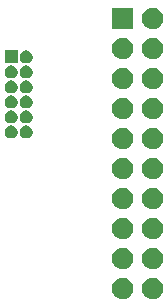
<source format=gbs>
G04 #@! TF.GenerationSoftware,KiCad,Pcbnew,5.1.5+dfsg1-2build2*
G04 #@! TF.CreationDate,2020-08-31T21:39:47-07:00*
G04 #@! TF.ProjectId,adapter,61646170-7465-4722-9e6b-696361645f70,v01*
G04 #@! TF.SameCoordinates,Original*
G04 #@! TF.FileFunction,Soldermask,Bot*
G04 #@! TF.FilePolarity,Negative*
%FSLAX46Y46*%
G04 Gerber Fmt 4.6, Leading zero omitted, Abs format (unit mm)*
G04 Created by KiCad (PCBNEW 5.1.5+dfsg1-2build2) date 2020-08-31 21:39:47*
%MOMM*%
%LPD*%
G04 APERTURE LIST*
%ADD10C,0.100000*%
G04 APERTURE END LIST*
D10*
G36*
X145597755Y-110178818D02*
G01*
X145761690Y-110246722D01*
X145909228Y-110345304D01*
X146034698Y-110470774D01*
X146133280Y-110618312D01*
X146201184Y-110782247D01*
X146235801Y-110956280D01*
X146235801Y-111133722D01*
X146201184Y-111307755D01*
X146133280Y-111471690D01*
X146034698Y-111619228D01*
X145909228Y-111744698D01*
X145761690Y-111843280D01*
X145597755Y-111911184D01*
X145423722Y-111945801D01*
X145246280Y-111945801D01*
X145072247Y-111911184D01*
X144908312Y-111843280D01*
X144760774Y-111744698D01*
X144635304Y-111619228D01*
X144536722Y-111471690D01*
X144468818Y-111307755D01*
X144434201Y-111133722D01*
X144434201Y-110956280D01*
X144468818Y-110782247D01*
X144536722Y-110618312D01*
X144635304Y-110470774D01*
X144760774Y-110345304D01*
X144908312Y-110246722D01*
X145072247Y-110178818D01*
X145246280Y-110144201D01*
X145423722Y-110144201D01*
X145597755Y-110178818D01*
G37*
G36*
X143057755Y-110178818D02*
G01*
X143221690Y-110246722D01*
X143369228Y-110345304D01*
X143494698Y-110470774D01*
X143593280Y-110618312D01*
X143661184Y-110782247D01*
X143695801Y-110956280D01*
X143695801Y-111133722D01*
X143661184Y-111307755D01*
X143593280Y-111471690D01*
X143494698Y-111619228D01*
X143369228Y-111744698D01*
X143221690Y-111843280D01*
X143057755Y-111911184D01*
X142883722Y-111945801D01*
X142706280Y-111945801D01*
X142532247Y-111911184D01*
X142368312Y-111843280D01*
X142220774Y-111744698D01*
X142095304Y-111619228D01*
X141996722Y-111471690D01*
X141928818Y-111307755D01*
X141894201Y-111133722D01*
X141894201Y-110956280D01*
X141928818Y-110782247D01*
X141996722Y-110618312D01*
X142095304Y-110470774D01*
X142220774Y-110345304D01*
X142368312Y-110246722D01*
X142532247Y-110178818D01*
X142706280Y-110144201D01*
X142883722Y-110144201D01*
X143057755Y-110178818D01*
G37*
G36*
X145597755Y-107638818D02*
G01*
X145761690Y-107706722D01*
X145909228Y-107805304D01*
X146034698Y-107930774D01*
X146133280Y-108078312D01*
X146201184Y-108242247D01*
X146235801Y-108416280D01*
X146235801Y-108593722D01*
X146201184Y-108767755D01*
X146133280Y-108931690D01*
X146034698Y-109079228D01*
X145909228Y-109204698D01*
X145761690Y-109303280D01*
X145597755Y-109371184D01*
X145423722Y-109405801D01*
X145246280Y-109405801D01*
X145072247Y-109371184D01*
X144908312Y-109303280D01*
X144760774Y-109204698D01*
X144635304Y-109079228D01*
X144536722Y-108931690D01*
X144468818Y-108767755D01*
X144434201Y-108593722D01*
X144434201Y-108416280D01*
X144468818Y-108242247D01*
X144536722Y-108078312D01*
X144635304Y-107930774D01*
X144760774Y-107805304D01*
X144908312Y-107706722D01*
X145072247Y-107638818D01*
X145246280Y-107604201D01*
X145423722Y-107604201D01*
X145597755Y-107638818D01*
G37*
G36*
X143057755Y-107638818D02*
G01*
X143221690Y-107706722D01*
X143369228Y-107805304D01*
X143494698Y-107930774D01*
X143593280Y-108078312D01*
X143661184Y-108242247D01*
X143695801Y-108416280D01*
X143695801Y-108593722D01*
X143661184Y-108767755D01*
X143593280Y-108931690D01*
X143494698Y-109079228D01*
X143369228Y-109204698D01*
X143221690Y-109303280D01*
X143057755Y-109371184D01*
X142883722Y-109405801D01*
X142706280Y-109405801D01*
X142532247Y-109371184D01*
X142368312Y-109303280D01*
X142220774Y-109204698D01*
X142095304Y-109079228D01*
X141996722Y-108931690D01*
X141928818Y-108767755D01*
X141894201Y-108593722D01*
X141894201Y-108416280D01*
X141928818Y-108242247D01*
X141996722Y-108078312D01*
X142095304Y-107930774D01*
X142220774Y-107805304D01*
X142368312Y-107706722D01*
X142532247Y-107638818D01*
X142706280Y-107604201D01*
X142883722Y-107604201D01*
X143057755Y-107638818D01*
G37*
G36*
X145597755Y-105098818D02*
G01*
X145761690Y-105166722D01*
X145909228Y-105265304D01*
X146034698Y-105390774D01*
X146133280Y-105538312D01*
X146201184Y-105702247D01*
X146235801Y-105876280D01*
X146235801Y-106053722D01*
X146201184Y-106227755D01*
X146133280Y-106391690D01*
X146034698Y-106539228D01*
X145909228Y-106664698D01*
X145761690Y-106763280D01*
X145597755Y-106831184D01*
X145423722Y-106865801D01*
X145246280Y-106865801D01*
X145072247Y-106831184D01*
X144908312Y-106763280D01*
X144760774Y-106664698D01*
X144635304Y-106539228D01*
X144536722Y-106391690D01*
X144468818Y-106227755D01*
X144434201Y-106053722D01*
X144434201Y-105876280D01*
X144468818Y-105702247D01*
X144536722Y-105538312D01*
X144635304Y-105390774D01*
X144760774Y-105265304D01*
X144908312Y-105166722D01*
X145072247Y-105098818D01*
X145246280Y-105064201D01*
X145423722Y-105064201D01*
X145597755Y-105098818D01*
G37*
G36*
X143057755Y-105098818D02*
G01*
X143221690Y-105166722D01*
X143369228Y-105265304D01*
X143494698Y-105390774D01*
X143593280Y-105538312D01*
X143661184Y-105702247D01*
X143695801Y-105876280D01*
X143695801Y-106053722D01*
X143661184Y-106227755D01*
X143593280Y-106391690D01*
X143494698Y-106539228D01*
X143369228Y-106664698D01*
X143221690Y-106763280D01*
X143057755Y-106831184D01*
X142883722Y-106865801D01*
X142706280Y-106865801D01*
X142532247Y-106831184D01*
X142368312Y-106763280D01*
X142220774Y-106664698D01*
X142095304Y-106539228D01*
X141996722Y-106391690D01*
X141928818Y-106227755D01*
X141894201Y-106053722D01*
X141894201Y-105876280D01*
X141928818Y-105702247D01*
X141996722Y-105538312D01*
X142095304Y-105390774D01*
X142220774Y-105265304D01*
X142368312Y-105166722D01*
X142532247Y-105098818D01*
X142706280Y-105064201D01*
X142883722Y-105064201D01*
X143057755Y-105098818D01*
G37*
G36*
X143057755Y-102558818D02*
G01*
X143221690Y-102626722D01*
X143369228Y-102725304D01*
X143494698Y-102850774D01*
X143593280Y-102998312D01*
X143661184Y-103162247D01*
X143695801Y-103336280D01*
X143695801Y-103513722D01*
X143661184Y-103687755D01*
X143593280Y-103851690D01*
X143494698Y-103999228D01*
X143369228Y-104124698D01*
X143221690Y-104223280D01*
X143057755Y-104291184D01*
X142883722Y-104325801D01*
X142706280Y-104325801D01*
X142532247Y-104291184D01*
X142368312Y-104223280D01*
X142220774Y-104124698D01*
X142095304Y-103999228D01*
X141996722Y-103851690D01*
X141928818Y-103687755D01*
X141894201Y-103513722D01*
X141894201Y-103336280D01*
X141928818Y-103162247D01*
X141996722Y-102998312D01*
X142095304Y-102850774D01*
X142220774Y-102725304D01*
X142368312Y-102626722D01*
X142532247Y-102558818D01*
X142706280Y-102524201D01*
X142883722Y-102524201D01*
X143057755Y-102558818D01*
G37*
G36*
X145597755Y-102558818D02*
G01*
X145761690Y-102626722D01*
X145909228Y-102725304D01*
X146034698Y-102850774D01*
X146133280Y-102998312D01*
X146201184Y-103162247D01*
X146235801Y-103336280D01*
X146235801Y-103513722D01*
X146201184Y-103687755D01*
X146133280Y-103851690D01*
X146034698Y-103999228D01*
X145909228Y-104124698D01*
X145761690Y-104223280D01*
X145597755Y-104291184D01*
X145423722Y-104325801D01*
X145246280Y-104325801D01*
X145072247Y-104291184D01*
X144908312Y-104223280D01*
X144760774Y-104124698D01*
X144635304Y-103999228D01*
X144536722Y-103851690D01*
X144468818Y-103687755D01*
X144434201Y-103513722D01*
X144434201Y-103336280D01*
X144468818Y-103162247D01*
X144536722Y-102998312D01*
X144635304Y-102850774D01*
X144760774Y-102725304D01*
X144908312Y-102626722D01*
X145072247Y-102558818D01*
X145246280Y-102524201D01*
X145423722Y-102524201D01*
X145597755Y-102558818D01*
G37*
G36*
X145597755Y-100018818D02*
G01*
X145761690Y-100086722D01*
X145909228Y-100185304D01*
X146034698Y-100310774D01*
X146133280Y-100458312D01*
X146201184Y-100622247D01*
X146235801Y-100796280D01*
X146235801Y-100973722D01*
X146201184Y-101147755D01*
X146133280Y-101311690D01*
X146034698Y-101459228D01*
X145909228Y-101584698D01*
X145761690Y-101683280D01*
X145597755Y-101751184D01*
X145423722Y-101785801D01*
X145246280Y-101785801D01*
X145072247Y-101751184D01*
X144908312Y-101683280D01*
X144760774Y-101584698D01*
X144635304Y-101459228D01*
X144536722Y-101311690D01*
X144468818Y-101147755D01*
X144434201Y-100973722D01*
X144434201Y-100796280D01*
X144468818Y-100622247D01*
X144536722Y-100458312D01*
X144635304Y-100310774D01*
X144760774Y-100185304D01*
X144908312Y-100086722D01*
X145072247Y-100018818D01*
X145246280Y-99984201D01*
X145423722Y-99984201D01*
X145597755Y-100018818D01*
G37*
G36*
X143057755Y-100018818D02*
G01*
X143221690Y-100086722D01*
X143369228Y-100185304D01*
X143494698Y-100310774D01*
X143593280Y-100458312D01*
X143661184Y-100622247D01*
X143695801Y-100796280D01*
X143695801Y-100973722D01*
X143661184Y-101147755D01*
X143593280Y-101311690D01*
X143494698Y-101459228D01*
X143369228Y-101584698D01*
X143221690Y-101683280D01*
X143057755Y-101751184D01*
X142883722Y-101785801D01*
X142706280Y-101785801D01*
X142532247Y-101751184D01*
X142368312Y-101683280D01*
X142220774Y-101584698D01*
X142095304Y-101459228D01*
X141996722Y-101311690D01*
X141928818Y-101147755D01*
X141894201Y-100973722D01*
X141894201Y-100796280D01*
X141928818Y-100622247D01*
X141996722Y-100458312D01*
X142095304Y-100310774D01*
X142220774Y-100185304D01*
X142368312Y-100086722D01*
X142532247Y-100018818D01*
X142706280Y-99984201D01*
X142883722Y-99984201D01*
X143057755Y-100018818D01*
G37*
G36*
X145597755Y-97478818D02*
G01*
X145761690Y-97546722D01*
X145909228Y-97645304D01*
X146034698Y-97770774D01*
X146133280Y-97918312D01*
X146201184Y-98082247D01*
X146235801Y-98256280D01*
X146235801Y-98433722D01*
X146201184Y-98607755D01*
X146133280Y-98771690D01*
X146034698Y-98919228D01*
X145909228Y-99044698D01*
X145761690Y-99143280D01*
X145597755Y-99211184D01*
X145423722Y-99245801D01*
X145246280Y-99245801D01*
X145072247Y-99211184D01*
X144908312Y-99143280D01*
X144760774Y-99044698D01*
X144635304Y-98919228D01*
X144536722Y-98771690D01*
X144468818Y-98607755D01*
X144434201Y-98433722D01*
X144434201Y-98256280D01*
X144468818Y-98082247D01*
X144536722Y-97918312D01*
X144635304Y-97770774D01*
X144760774Y-97645304D01*
X144908312Y-97546722D01*
X145072247Y-97478818D01*
X145246280Y-97444201D01*
X145423722Y-97444201D01*
X145597755Y-97478818D01*
G37*
G36*
X143057755Y-97478818D02*
G01*
X143221690Y-97546722D01*
X143369228Y-97645304D01*
X143494698Y-97770774D01*
X143593280Y-97918312D01*
X143661184Y-98082247D01*
X143695801Y-98256280D01*
X143695801Y-98433722D01*
X143661184Y-98607755D01*
X143593280Y-98771690D01*
X143494698Y-98919228D01*
X143369228Y-99044698D01*
X143221690Y-99143280D01*
X143057755Y-99211184D01*
X142883722Y-99245801D01*
X142706280Y-99245801D01*
X142532247Y-99211184D01*
X142368312Y-99143280D01*
X142220774Y-99044698D01*
X142095304Y-98919228D01*
X141996722Y-98771690D01*
X141928818Y-98607755D01*
X141894201Y-98433722D01*
X141894201Y-98256280D01*
X141928818Y-98082247D01*
X141996722Y-97918312D01*
X142095304Y-97770774D01*
X142220774Y-97645304D01*
X142368312Y-97546722D01*
X142532247Y-97478818D01*
X142706280Y-97444201D01*
X142883722Y-97444201D01*
X143057755Y-97478818D01*
G37*
G36*
X133510663Y-97260367D02*
G01*
X133610902Y-97301887D01*
X133701116Y-97362166D01*
X133777834Y-97438884D01*
X133838113Y-97529098D01*
X133879633Y-97629337D01*
X133900800Y-97735751D01*
X133900800Y-97844249D01*
X133879633Y-97950663D01*
X133838113Y-98050902D01*
X133777834Y-98141116D01*
X133701116Y-98217834D01*
X133610902Y-98278113D01*
X133510663Y-98319633D01*
X133404249Y-98340800D01*
X133295751Y-98340800D01*
X133189337Y-98319633D01*
X133089098Y-98278113D01*
X132998884Y-98217834D01*
X132922166Y-98141116D01*
X132861887Y-98050902D01*
X132820367Y-97950663D01*
X132799200Y-97844249D01*
X132799200Y-97735751D01*
X132820367Y-97629337D01*
X132861887Y-97529098D01*
X132922166Y-97438884D01*
X132998884Y-97362166D01*
X133089098Y-97301887D01*
X133189337Y-97260367D01*
X133295751Y-97239200D01*
X133404249Y-97239200D01*
X133510663Y-97260367D01*
G37*
G36*
X134780663Y-97260367D02*
G01*
X134880902Y-97301887D01*
X134971116Y-97362166D01*
X135047834Y-97438884D01*
X135108113Y-97529098D01*
X135149633Y-97629337D01*
X135170800Y-97735751D01*
X135170800Y-97844249D01*
X135149633Y-97950663D01*
X135108113Y-98050902D01*
X135047834Y-98141116D01*
X134971116Y-98217834D01*
X134880902Y-98278113D01*
X134780663Y-98319633D01*
X134674249Y-98340800D01*
X134565751Y-98340800D01*
X134459337Y-98319633D01*
X134359098Y-98278113D01*
X134268884Y-98217834D01*
X134192166Y-98141116D01*
X134131887Y-98050902D01*
X134090367Y-97950663D01*
X134069200Y-97844249D01*
X134069200Y-97735751D01*
X134090367Y-97629337D01*
X134131887Y-97529098D01*
X134192166Y-97438884D01*
X134268884Y-97362166D01*
X134359098Y-97301887D01*
X134459337Y-97260367D01*
X134565751Y-97239200D01*
X134674249Y-97239200D01*
X134780663Y-97260367D01*
G37*
G36*
X134780663Y-95990367D02*
G01*
X134880902Y-96031887D01*
X134971116Y-96092166D01*
X135047834Y-96168884D01*
X135108113Y-96259098D01*
X135149633Y-96359337D01*
X135170800Y-96465751D01*
X135170800Y-96574249D01*
X135149633Y-96680663D01*
X135108113Y-96780902D01*
X135047834Y-96871116D01*
X134971116Y-96947834D01*
X134880902Y-97008113D01*
X134780663Y-97049633D01*
X134674249Y-97070800D01*
X134565751Y-97070800D01*
X134459337Y-97049633D01*
X134359098Y-97008113D01*
X134268884Y-96947834D01*
X134192166Y-96871116D01*
X134131887Y-96780902D01*
X134090367Y-96680663D01*
X134069200Y-96574249D01*
X134069200Y-96465751D01*
X134090367Y-96359337D01*
X134131887Y-96259098D01*
X134192166Y-96168884D01*
X134268884Y-96092166D01*
X134359098Y-96031887D01*
X134459337Y-95990367D01*
X134565751Y-95969200D01*
X134674249Y-95969200D01*
X134780663Y-95990367D01*
G37*
G36*
X133510663Y-95990367D02*
G01*
X133610902Y-96031887D01*
X133701116Y-96092166D01*
X133777834Y-96168884D01*
X133838113Y-96259098D01*
X133879633Y-96359337D01*
X133900800Y-96465751D01*
X133900800Y-96574249D01*
X133879633Y-96680663D01*
X133838113Y-96780902D01*
X133777834Y-96871116D01*
X133701116Y-96947834D01*
X133610902Y-97008113D01*
X133510663Y-97049633D01*
X133404249Y-97070800D01*
X133295751Y-97070800D01*
X133189337Y-97049633D01*
X133089098Y-97008113D01*
X132998884Y-96947834D01*
X132922166Y-96871116D01*
X132861887Y-96780902D01*
X132820367Y-96680663D01*
X132799200Y-96574249D01*
X132799200Y-96465751D01*
X132820367Y-96359337D01*
X132861887Y-96259098D01*
X132922166Y-96168884D01*
X132998884Y-96092166D01*
X133089098Y-96031887D01*
X133189337Y-95990367D01*
X133295751Y-95969200D01*
X133404249Y-95969200D01*
X133510663Y-95990367D01*
G37*
G36*
X145597755Y-94938818D02*
G01*
X145761690Y-95006722D01*
X145909228Y-95105304D01*
X146034698Y-95230774D01*
X146133280Y-95378312D01*
X146201184Y-95542247D01*
X146235801Y-95716280D01*
X146235801Y-95893722D01*
X146201184Y-96067755D01*
X146133280Y-96231690D01*
X146034698Y-96379228D01*
X145909228Y-96504698D01*
X145761690Y-96603280D01*
X145597755Y-96671184D01*
X145423722Y-96705801D01*
X145246280Y-96705801D01*
X145072247Y-96671184D01*
X144908312Y-96603280D01*
X144760774Y-96504698D01*
X144635304Y-96379228D01*
X144536722Y-96231690D01*
X144468818Y-96067755D01*
X144434201Y-95893722D01*
X144434201Y-95716280D01*
X144468818Y-95542247D01*
X144536722Y-95378312D01*
X144635304Y-95230774D01*
X144760774Y-95105304D01*
X144908312Y-95006722D01*
X145072247Y-94938818D01*
X145246280Y-94904201D01*
X145423722Y-94904201D01*
X145597755Y-94938818D01*
G37*
G36*
X143057755Y-94938818D02*
G01*
X143221690Y-95006722D01*
X143369228Y-95105304D01*
X143494698Y-95230774D01*
X143593280Y-95378312D01*
X143661184Y-95542247D01*
X143695801Y-95716280D01*
X143695801Y-95893722D01*
X143661184Y-96067755D01*
X143593280Y-96231690D01*
X143494698Y-96379228D01*
X143369228Y-96504698D01*
X143221690Y-96603280D01*
X143057755Y-96671184D01*
X142883722Y-96705801D01*
X142706280Y-96705801D01*
X142532247Y-96671184D01*
X142368312Y-96603280D01*
X142220774Y-96504698D01*
X142095304Y-96379228D01*
X141996722Y-96231690D01*
X141928818Y-96067755D01*
X141894201Y-95893722D01*
X141894201Y-95716280D01*
X141928818Y-95542247D01*
X141996722Y-95378312D01*
X142095304Y-95230774D01*
X142220774Y-95105304D01*
X142368312Y-95006722D01*
X142532247Y-94938818D01*
X142706280Y-94904201D01*
X142883722Y-94904201D01*
X143057755Y-94938818D01*
G37*
G36*
X134780663Y-94720367D02*
G01*
X134880902Y-94761887D01*
X134971116Y-94822166D01*
X135047834Y-94898884D01*
X135108113Y-94989098D01*
X135149633Y-95089337D01*
X135170800Y-95195751D01*
X135170800Y-95304249D01*
X135149633Y-95410663D01*
X135108113Y-95510902D01*
X135047834Y-95601116D01*
X134971116Y-95677834D01*
X134880902Y-95738113D01*
X134780663Y-95779633D01*
X134674249Y-95800800D01*
X134565751Y-95800800D01*
X134459337Y-95779633D01*
X134359098Y-95738113D01*
X134268884Y-95677834D01*
X134192166Y-95601116D01*
X134131887Y-95510902D01*
X134090367Y-95410663D01*
X134069200Y-95304249D01*
X134069200Y-95195751D01*
X134090367Y-95089337D01*
X134131887Y-94989098D01*
X134192166Y-94898884D01*
X134268884Y-94822166D01*
X134359098Y-94761887D01*
X134459337Y-94720367D01*
X134565751Y-94699200D01*
X134674249Y-94699200D01*
X134780663Y-94720367D01*
G37*
G36*
X133510663Y-94720367D02*
G01*
X133610902Y-94761887D01*
X133701116Y-94822166D01*
X133777834Y-94898884D01*
X133838113Y-94989098D01*
X133879633Y-95089337D01*
X133900800Y-95195751D01*
X133900800Y-95304249D01*
X133879633Y-95410663D01*
X133838113Y-95510902D01*
X133777834Y-95601116D01*
X133701116Y-95677834D01*
X133610902Y-95738113D01*
X133510663Y-95779633D01*
X133404249Y-95800800D01*
X133295751Y-95800800D01*
X133189337Y-95779633D01*
X133089098Y-95738113D01*
X132998884Y-95677834D01*
X132922166Y-95601116D01*
X132861887Y-95510902D01*
X132820367Y-95410663D01*
X132799200Y-95304249D01*
X132799200Y-95195751D01*
X132820367Y-95089337D01*
X132861887Y-94989098D01*
X132922166Y-94898884D01*
X132998884Y-94822166D01*
X133089098Y-94761887D01*
X133189337Y-94720367D01*
X133295751Y-94699200D01*
X133404249Y-94699200D01*
X133510663Y-94720367D01*
G37*
G36*
X134780663Y-93450367D02*
G01*
X134880902Y-93491887D01*
X134971116Y-93552166D01*
X135047834Y-93628884D01*
X135108113Y-93719098D01*
X135149633Y-93819337D01*
X135170800Y-93925751D01*
X135170800Y-94034249D01*
X135149633Y-94140663D01*
X135108113Y-94240902D01*
X135047834Y-94331116D01*
X134971116Y-94407834D01*
X134880902Y-94468113D01*
X134780663Y-94509633D01*
X134674249Y-94530800D01*
X134565751Y-94530800D01*
X134459337Y-94509633D01*
X134359098Y-94468113D01*
X134268884Y-94407834D01*
X134192166Y-94331116D01*
X134131887Y-94240902D01*
X134090367Y-94140663D01*
X134069200Y-94034249D01*
X134069200Y-93925751D01*
X134090367Y-93819337D01*
X134131887Y-93719098D01*
X134192166Y-93628884D01*
X134268884Y-93552166D01*
X134359098Y-93491887D01*
X134459337Y-93450367D01*
X134565751Y-93429200D01*
X134674249Y-93429200D01*
X134780663Y-93450367D01*
G37*
G36*
X133510663Y-93450367D02*
G01*
X133610902Y-93491887D01*
X133701116Y-93552166D01*
X133777834Y-93628884D01*
X133838113Y-93719098D01*
X133879633Y-93819337D01*
X133900800Y-93925751D01*
X133900800Y-94034249D01*
X133879633Y-94140663D01*
X133838113Y-94240902D01*
X133777834Y-94331116D01*
X133701116Y-94407834D01*
X133610902Y-94468113D01*
X133510663Y-94509633D01*
X133404249Y-94530800D01*
X133295751Y-94530800D01*
X133189337Y-94509633D01*
X133089098Y-94468113D01*
X132998884Y-94407834D01*
X132922166Y-94331116D01*
X132861887Y-94240902D01*
X132820367Y-94140663D01*
X132799200Y-94034249D01*
X132799200Y-93925751D01*
X132820367Y-93819337D01*
X132861887Y-93719098D01*
X132922166Y-93628884D01*
X132998884Y-93552166D01*
X133089098Y-93491887D01*
X133189337Y-93450367D01*
X133295751Y-93429200D01*
X133404249Y-93429200D01*
X133510663Y-93450367D01*
G37*
G36*
X145597755Y-92398818D02*
G01*
X145761690Y-92466722D01*
X145909228Y-92565304D01*
X146034698Y-92690774D01*
X146133280Y-92838312D01*
X146201184Y-93002247D01*
X146235801Y-93176280D01*
X146235801Y-93353722D01*
X146201184Y-93527755D01*
X146133280Y-93691690D01*
X146034698Y-93839228D01*
X145909228Y-93964698D01*
X145761690Y-94063280D01*
X145597755Y-94131184D01*
X145423722Y-94165801D01*
X145246280Y-94165801D01*
X145072247Y-94131184D01*
X144908312Y-94063280D01*
X144760774Y-93964698D01*
X144635304Y-93839228D01*
X144536722Y-93691690D01*
X144468818Y-93527755D01*
X144434201Y-93353722D01*
X144434201Y-93176280D01*
X144468818Y-93002247D01*
X144536722Y-92838312D01*
X144635304Y-92690774D01*
X144760774Y-92565304D01*
X144908312Y-92466722D01*
X145072247Y-92398818D01*
X145246280Y-92364201D01*
X145423722Y-92364201D01*
X145597755Y-92398818D01*
G37*
G36*
X143057755Y-92398818D02*
G01*
X143221690Y-92466722D01*
X143369228Y-92565304D01*
X143494698Y-92690774D01*
X143593280Y-92838312D01*
X143661184Y-93002247D01*
X143695801Y-93176280D01*
X143695801Y-93353722D01*
X143661184Y-93527755D01*
X143593280Y-93691690D01*
X143494698Y-93839228D01*
X143369228Y-93964698D01*
X143221690Y-94063280D01*
X143057755Y-94131184D01*
X142883722Y-94165801D01*
X142706280Y-94165801D01*
X142532247Y-94131184D01*
X142368312Y-94063280D01*
X142220774Y-93964698D01*
X142095304Y-93839228D01*
X141996722Y-93691690D01*
X141928818Y-93527755D01*
X141894201Y-93353722D01*
X141894201Y-93176280D01*
X141928818Y-93002247D01*
X141996722Y-92838312D01*
X142095304Y-92690774D01*
X142220774Y-92565304D01*
X142368312Y-92466722D01*
X142532247Y-92398818D01*
X142706280Y-92364201D01*
X142883722Y-92364201D01*
X143057755Y-92398818D01*
G37*
G36*
X134780663Y-92180367D02*
G01*
X134880902Y-92221887D01*
X134971116Y-92282166D01*
X135047834Y-92358884D01*
X135108113Y-92449098D01*
X135149633Y-92549337D01*
X135170800Y-92655751D01*
X135170800Y-92764249D01*
X135149633Y-92870663D01*
X135108113Y-92970902D01*
X135047834Y-93061116D01*
X134971116Y-93137834D01*
X134880902Y-93198113D01*
X134780663Y-93239633D01*
X134674249Y-93260800D01*
X134565751Y-93260800D01*
X134459337Y-93239633D01*
X134359098Y-93198113D01*
X134268884Y-93137834D01*
X134192166Y-93061116D01*
X134131887Y-92970902D01*
X134090367Y-92870663D01*
X134069200Y-92764249D01*
X134069200Y-92655751D01*
X134090367Y-92549337D01*
X134131887Y-92449098D01*
X134192166Y-92358884D01*
X134268884Y-92282166D01*
X134359098Y-92221887D01*
X134459337Y-92180367D01*
X134565751Y-92159200D01*
X134674249Y-92159200D01*
X134780663Y-92180367D01*
G37*
G36*
X133510663Y-92180367D02*
G01*
X133610902Y-92221887D01*
X133701116Y-92282166D01*
X133777834Y-92358884D01*
X133838113Y-92449098D01*
X133879633Y-92549337D01*
X133900800Y-92655751D01*
X133900800Y-92764249D01*
X133879633Y-92870663D01*
X133838113Y-92970902D01*
X133777834Y-93061116D01*
X133701116Y-93137834D01*
X133610902Y-93198113D01*
X133510663Y-93239633D01*
X133404249Y-93260800D01*
X133295751Y-93260800D01*
X133189337Y-93239633D01*
X133089098Y-93198113D01*
X132998884Y-93137834D01*
X132922166Y-93061116D01*
X132861887Y-92970902D01*
X132820367Y-92870663D01*
X132799200Y-92764249D01*
X132799200Y-92655751D01*
X132820367Y-92549337D01*
X132861887Y-92449098D01*
X132922166Y-92358884D01*
X132998884Y-92282166D01*
X133089098Y-92221887D01*
X133189337Y-92180367D01*
X133295751Y-92159200D01*
X133404249Y-92159200D01*
X133510663Y-92180367D01*
G37*
G36*
X133900800Y-91990800D02*
G01*
X132799200Y-91990800D01*
X132799200Y-90889200D01*
X133900800Y-90889200D01*
X133900800Y-91990800D01*
G37*
G36*
X134780663Y-90910367D02*
G01*
X134880902Y-90951887D01*
X134971116Y-91012166D01*
X135047834Y-91088884D01*
X135108113Y-91179098D01*
X135149633Y-91279337D01*
X135170800Y-91385751D01*
X135170800Y-91494249D01*
X135149633Y-91600663D01*
X135108113Y-91700902D01*
X135047834Y-91791116D01*
X134971116Y-91867834D01*
X134880902Y-91928113D01*
X134780663Y-91969633D01*
X134674249Y-91990800D01*
X134565751Y-91990800D01*
X134459337Y-91969633D01*
X134359098Y-91928113D01*
X134268884Y-91867834D01*
X134192166Y-91791116D01*
X134131887Y-91700902D01*
X134090367Y-91600663D01*
X134069200Y-91494249D01*
X134069200Y-91385751D01*
X134090367Y-91279337D01*
X134131887Y-91179098D01*
X134192166Y-91088884D01*
X134268884Y-91012166D01*
X134359098Y-90951887D01*
X134459337Y-90910367D01*
X134565751Y-90889200D01*
X134674249Y-90889200D01*
X134780663Y-90910367D01*
G37*
G36*
X145597755Y-89858818D02*
G01*
X145761690Y-89926722D01*
X145909228Y-90025304D01*
X146034698Y-90150774D01*
X146133280Y-90298312D01*
X146201184Y-90462247D01*
X146235801Y-90636280D01*
X146235801Y-90813722D01*
X146201184Y-90987755D01*
X146133280Y-91151690D01*
X146034698Y-91299228D01*
X145909228Y-91424698D01*
X145761690Y-91523280D01*
X145597755Y-91591184D01*
X145423722Y-91625801D01*
X145246280Y-91625801D01*
X145072247Y-91591184D01*
X144908312Y-91523280D01*
X144760774Y-91424698D01*
X144635304Y-91299228D01*
X144536722Y-91151690D01*
X144468818Y-90987755D01*
X144434201Y-90813722D01*
X144434201Y-90636280D01*
X144468818Y-90462247D01*
X144536722Y-90298312D01*
X144635304Y-90150774D01*
X144760774Y-90025304D01*
X144908312Y-89926722D01*
X145072247Y-89858818D01*
X145246280Y-89824201D01*
X145423722Y-89824201D01*
X145597755Y-89858818D01*
G37*
G36*
X143057755Y-89858818D02*
G01*
X143221690Y-89926722D01*
X143369228Y-90025304D01*
X143494698Y-90150774D01*
X143593280Y-90298312D01*
X143661184Y-90462247D01*
X143695801Y-90636280D01*
X143695801Y-90813722D01*
X143661184Y-90987755D01*
X143593280Y-91151690D01*
X143494698Y-91299228D01*
X143369228Y-91424698D01*
X143221690Y-91523280D01*
X143057755Y-91591184D01*
X142883722Y-91625801D01*
X142706280Y-91625801D01*
X142532247Y-91591184D01*
X142368312Y-91523280D01*
X142220774Y-91424698D01*
X142095304Y-91299228D01*
X141996722Y-91151690D01*
X141928818Y-90987755D01*
X141894201Y-90813722D01*
X141894201Y-90636280D01*
X141928818Y-90462247D01*
X141996722Y-90298312D01*
X142095304Y-90150774D01*
X142220774Y-90025304D01*
X142368312Y-89926722D01*
X142532247Y-89858818D01*
X142706280Y-89824201D01*
X142883722Y-89824201D01*
X143057755Y-89858818D01*
G37*
G36*
X145597755Y-87318818D02*
G01*
X145761690Y-87386722D01*
X145909228Y-87485304D01*
X146034698Y-87610774D01*
X146133280Y-87758312D01*
X146201184Y-87922247D01*
X146235801Y-88096280D01*
X146235801Y-88273722D01*
X146201184Y-88447755D01*
X146133280Y-88611690D01*
X146034698Y-88759228D01*
X145909228Y-88884698D01*
X145761690Y-88983280D01*
X145597755Y-89051184D01*
X145423722Y-89085801D01*
X145246280Y-89085801D01*
X145072247Y-89051184D01*
X144908312Y-88983280D01*
X144760774Y-88884698D01*
X144635304Y-88759228D01*
X144536722Y-88611690D01*
X144468818Y-88447755D01*
X144434201Y-88273722D01*
X144434201Y-88096280D01*
X144468818Y-87922247D01*
X144536722Y-87758312D01*
X144635304Y-87610774D01*
X144760774Y-87485304D01*
X144908312Y-87386722D01*
X145072247Y-87318818D01*
X145246280Y-87284201D01*
X145423722Y-87284201D01*
X145597755Y-87318818D01*
G37*
G36*
X143695801Y-89085801D02*
G01*
X141894201Y-89085801D01*
X141894201Y-87284201D01*
X143695801Y-87284201D01*
X143695801Y-89085801D01*
G37*
M02*

</source>
